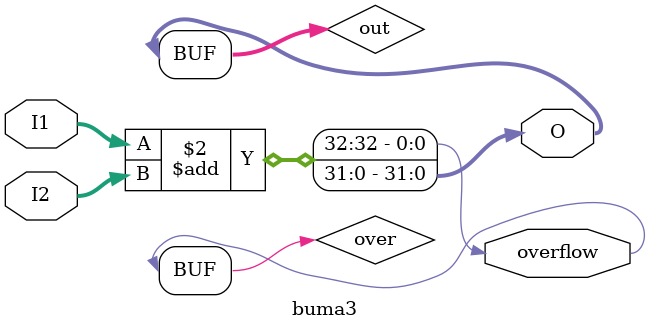
<source format=v>
`timescale 1ns / 1ps
module buma3(
	input [31:0] I1,
	input [31:0] I2,
	output overflow,
	output [31:0] O
    );
	reg [31:0] out;
	reg over;
	initial begin
		out=0;
		over=0;
	end
	assign O=out;
	assign overflow=over;
	integer i;
	always @* begin
		{over,out}=I1+I2;
	end


endmodule

</source>
